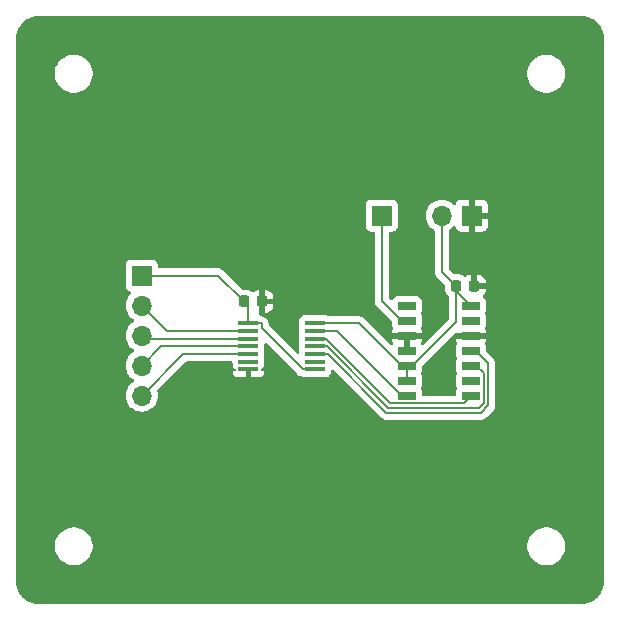
<source format=gbr>
%TF.GenerationSoftware,KiCad,Pcbnew,8.0.6-1.fc41*%
%TF.CreationDate,2024-12-16T12:55:24-05:00*%
%TF.ProjectId,MAX5719_breakout,4d415835-3731-4395-9f62-7265616b6f75,rev?*%
%TF.SameCoordinates,Original*%
%TF.FileFunction,Copper,L1,Top*%
%TF.FilePolarity,Positive*%
%FSLAX46Y46*%
G04 Gerber Fmt 4.6, Leading zero omitted, Abs format (unit mm)*
G04 Created by KiCad (PCBNEW 8.0.6-1.fc41) date 2024-12-16 12:55:24*
%MOMM*%
%LPD*%
G01*
G04 APERTURE LIST*
G04 Aperture macros list*
%AMRoundRect*
0 Rectangle with rounded corners*
0 $1 Rounding radius*
0 $2 $3 $4 $5 $6 $7 $8 $9 X,Y pos of 4 corners*
0 Add a 4 corners polygon primitive as box body*
4,1,4,$2,$3,$4,$5,$6,$7,$8,$9,$2,$3,0*
0 Add four circle primitives for the rounded corners*
1,1,$1+$1,$2,$3*
1,1,$1+$1,$4,$5*
1,1,$1+$1,$6,$7*
1,1,$1+$1,$8,$9*
0 Add four rect primitives between the rounded corners*
20,1,$1+$1,$2,$3,$4,$5,0*
20,1,$1+$1,$4,$5,$6,$7,0*
20,1,$1+$1,$6,$7,$8,$9,0*
20,1,$1+$1,$8,$9,$2,$3,0*%
G04 Aperture macros list end*
%TA.AperFunction,ComponentPad*%
%ADD10R,1.700000X1.700000*%
%TD*%
%TA.AperFunction,ComponentPad*%
%ADD11O,1.700000X1.700000*%
%TD*%
%TA.AperFunction,SMDPad,CuDef*%
%ADD12R,1.676400X0.355600*%
%TD*%
%TA.AperFunction,SMDPad,CuDef*%
%ADD13R,1.525000X0.650000*%
%TD*%
%TA.AperFunction,SMDPad,CuDef*%
%ADD14RoundRect,0.225000X0.225000X0.250000X-0.225000X0.250000X-0.225000X-0.250000X0.225000X-0.250000X0*%
%TD*%
%TA.AperFunction,Conductor*%
%ADD15C,0.200000*%
%TD*%
G04 APERTURE END LIST*
D10*
%TO.P,J2,1,Pin_1*%
%TO.N,GND*%
X172440000Y-103010000D03*
D11*
%TO.P,J2,2,Pin_2*%
%TO.N,5v*%
X169900000Y-103010000D03*
%TD*%
D12*
%TO.P,U1,1,VCCA*%
%TO.N,3v3*%
X153531200Y-112129998D03*
%TO.P,U1,2,A1*%
%TO.N,CS*%
X153531200Y-112779999D03*
%TO.P,U1,3,A2*%
%TO.N,SCLK*%
X153531200Y-113430000D03*
%TO.P,U1,4,A3*%
%TO.N,MOSI*%
X153531200Y-114079999D03*
%TO.P,U1,5,A4*%
%TO.N,LDAC*%
X153531200Y-114729998D03*
%TO.P,U1,6,NC*%
%TO.N,unconnected-(U1-NC-Pad6)*%
X153531200Y-115379999D03*
%TO.P,U1,7,GND*%
%TO.N,GND*%
X153531200Y-116029998D03*
%TO.P,U1,8,OE*%
%TO.N,3v3*%
X159170000Y-116030000D03*
%TO.P,U1,9,NC*%
%TO.N,unconnected-(U1-NC-Pad9)*%
X159170000Y-115379999D03*
%TO.P,U1,10,B4*%
%TO.N,Net-(IC1-~{LDAC})*%
X159170000Y-114730000D03*
%TO.P,U1,11,B3*%
%TO.N,Net-(IC1-DIN)*%
X159170000Y-114079999D03*
%TO.P,U1,12,B2*%
%TO.N,Net-(IC1-SCLK)*%
X159170000Y-113430000D03*
%TO.P,U1,13,B1*%
%TO.N,Net-(IC1-~{CS})*%
X159170000Y-112779999D03*
%TO.P,U1,14,VCCB*%
%TO.N,5v*%
X159170000Y-112130000D03*
%TD*%
D13*
%TO.P,IC1,1,RFB*%
%TO.N,unconnected-(IC1-RFB-Pad1)*%
X166958000Y-110660000D03*
%TO.P,IC1,2,OUT*%
%TO.N,AOUT*%
X166958000Y-111930000D03*
%TO.P,IC1,3,AGNDF*%
%TO.N,GND*%
X166958000Y-113200000D03*
%TO.P,IC1,4,AGNDS*%
X166958000Y-114470000D03*
%TO.P,IC1,5,REFS*%
%TO.N,5v*%
X166958000Y-115740000D03*
%TO.P,IC1,6,REFF*%
X166958000Y-117010000D03*
%TO.P,IC1,7,~{CS}*%
%TO.N,Net-(IC1-~{CS})*%
X166958000Y-118280000D03*
%TO.P,IC1,8,SCLK*%
%TO.N,Net-(IC1-SCLK)*%
X172382000Y-118280000D03*
%TO.P,IC1,9,NC*%
%TO.N,unconnected-(IC1-NC-Pad9)*%
X172382000Y-117010000D03*
%TO.P,IC1,10,DIN*%
%TO.N,Net-(IC1-DIN)*%
X172382000Y-115740000D03*
%TO.P,IC1,11,~{LDAC}*%
%TO.N,Net-(IC1-~{LDAC})*%
X172382000Y-114470000D03*
%TO.P,IC1,12,DGND*%
%TO.N,GND*%
X172382000Y-113200000D03*
%TO.P,IC1,13,INV*%
%TO.N,unconnected-(IC1-INV-Pad13)*%
X172382000Y-111930000D03*
%TO.P,IC1,14,VDD*%
%TO.N,5v*%
X172382000Y-110660000D03*
%TD*%
D10*
%TO.P,J1,1,Pin_1*%
%TO.N,AOUT*%
X164820000Y-103010000D03*
%TD*%
%TO.P,J3,1,Pin_1*%
%TO.N,3v3*%
X144500000Y-108090000D03*
D11*
%TO.P,J3,2,Pin_2*%
%TO.N,CS*%
X144500000Y-110630000D03*
%TO.P,J3,3,Pin_3*%
%TO.N,SCLK*%
X144500000Y-113170000D03*
%TO.P,J3,4,Pin_4*%
%TO.N,MOSI*%
X144500000Y-115710000D03*
%TO.P,J3,5,Pin_5*%
%TO.N,LDAC*%
X144500000Y-118250000D03*
%TD*%
D14*
%TO.P,C2,1*%
%TO.N,GND*%
X154695000Y-110280000D03*
%TO.P,C2,2*%
%TO.N,3v3*%
X153145000Y-110280000D03*
%TD*%
%TO.P,C1,1*%
%TO.N,GND*%
X172670000Y-108970000D03*
%TO.P,C1,2*%
%TO.N,5v*%
X171120000Y-108970000D03*
%TD*%
D15*
%TO.N,AOUT*%
X166958000Y-111930000D02*
X166520500Y-111930000D01*
X166520500Y-111930000D02*
X164820000Y-110229500D01*
X164820000Y-110229500D02*
X164820000Y-103010000D01*
%TO.N,5v*%
X171120000Y-108970000D02*
X169900000Y-107750000D01*
X169900000Y-107750000D02*
X169900000Y-103010000D01*
X162910500Y-112130000D02*
X159170000Y-112130000D01*
X167395500Y-115740000D02*
X171120000Y-112015500D01*
X172382000Y-110660000D02*
X171120000Y-109398000D01*
X171120000Y-109398000D02*
X171120000Y-108970000D01*
X166958000Y-115740000D02*
X167395500Y-115740000D01*
X166958000Y-115740000D02*
X166958000Y-117010000D01*
X166520500Y-115740000D02*
X162910500Y-112130000D01*
X166958000Y-115740000D02*
X166520500Y-115740000D01*
X171120000Y-112015500D02*
X171120000Y-108970000D01*
%TO.N,3v3*%
X144500000Y-108090000D02*
X150955000Y-108090000D01*
X154569400Y-112129998D02*
X153531200Y-112129998D01*
X158131800Y-116030000D02*
X154669400Y-112567600D01*
X159170000Y-116030000D02*
X158131800Y-116030000D01*
X153145000Y-110305000D02*
X153531200Y-110691200D01*
X153531200Y-110691200D02*
X153531200Y-112129998D01*
X153145000Y-110280000D02*
X153145000Y-110305000D01*
X154669400Y-112229998D02*
X154569400Y-112129998D01*
X154669400Y-112567600D02*
X154669400Y-112229998D01*
X150955000Y-108090000D02*
X153145000Y-110280000D01*
%TO.N,Net-(IC1-DIN)*%
X160154313Y-114079999D02*
X159170000Y-114079999D01*
X165379314Y-119305000D02*
X160154313Y-114079999D01*
X173044500Y-119305000D02*
X165379314Y-119305000D01*
X173444500Y-118905000D02*
X173044500Y-119305000D01*
X173444500Y-116365000D02*
X173444500Y-118905000D01*
X172819500Y-115740000D02*
X173444500Y-116365000D01*
X172382000Y-115740000D02*
X172819500Y-115740000D01*
%TO.N,Net-(IC1-SCLK)*%
X160070000Y-113430000D02*
X159170000Y-113430000D01*
X171757000Y-118905000D02*
X165545000Y-118905000D01*
X165545000Y-118905000D02*
X160070000Y-113430000D01*
X172382000Y-118280000D02*
X171757000Y-118905000D01*
%TO.N,Net-(IC1-~{CS})*%
X166958000Y-118280000D02*
X166520500Y-118280000D01*
X166520500Y-118280000D02*
X161020499Y-112779999D01*
X161020499Y-112779999D02*
X159170000Y-112779999D01*
%TO.N,Net-(IC1-~{LDAC})*%
X165213628Y-119705000D02*
X160238628Y-114730000D01*
X172799500Y-114470000D02*
X173844500Y-115515000D01*
X173844500Y-119070686D02*
X173210186Y-119705000D01*
X173844500Y-115515000D02*
X173844500Y-119070686D01*
X173210186Y-119705000D02*
X165213628Y-119705000D01*
X160238628Y-114730000D02*
X159170000Y-114730000D01*
X172382000Y-114470000D02*
X172799500Y-114470000D01*
%TO.N,LDAC*%
X148020002Y-114729998D02*
X144500000Y-118250000D01*
X153531200Y-114729998D02*
X148020002Y-114729998D01*
%TO.N,SCLK*%
X144760000Y-113430000D02*
X144500000Y-113170000D01*
X153531200Y-113430000D02*
X144760000Y-113430000D01*
%TO.N,MOSI*%
X153531200Y-114079999D02*
X146130001Y-114079999D01*
X146130001Y-114079999D02*
X144500000Y-115710000D01*
%TO.N,CS*%
X146649999Y-112779999D02*
X144500000Y-110630000D01*
X153531200Y-112779999D02*
X146649999Y-112779999D01*
%TD*%
%TA.AperFunction,Conductor*%
%TO.N,GND*%
G36*
X181754042Y-86100765D02*
G01*
X181778041Y-86102337D01*
X181989839Y-86116219D01*
X182005900Y-86118334D01*
X182233662Y-86163639D01*
X182249316Y-86167834D01*
X182469218Y-86242481D01*
X182484189Y-86248682D01*
X182681453Y-86345961D01*
X182692460Y-86351390D01*
X182706506Y-86359500D01*
X182899583Y-86488509D01*
X182912452Y-86498383D01*
X183087038Y-86651492D01*
X183098507Y-86662961D01*
X183251616Y-86837547D01*
X183261490Y-86850416D01*
X183390499Y-87043493D01*
X183398609Y-87057539D01*
X183501314Y-87265803D01*
X183507521Y-87280788D01*
X183582163Y-87500676D01*
X183586361Y-87516343D01*
X183631663Y-87744087D01*
X183633781Y-87760169D01*
X183649235Y-87995956D01*
X183649500Y-88004066D01*
X183649500Y-133995933D01*
X183649235Y-134004043D01*
X183633781Y-134239830D01*
X183631663Y-134255912D01*
X183586361Y-134483656D01*
X183582163Y-134499323D01*
X183507521Y-134719211D01*
X183501314Y-134734196D01*
X183398609Y-134942460D01*
X183390499Y-134956506D01*
X183261490Y-135149583D01*
X183251616Y-135162452D01*
X183098507Y-135337038D01*
X183087038Y-135348507D01*
X182912452Y-135501616D01*
X182899583Y-135511490D01*
X182706506Y-135640499D01*
X182692460Y-135648609D01*
X182484196Y-135751314D01*
X182469211Y-135757521D01*
X182249323Y-135832163D01*
X182233656Y-135836361D01*
X182005912Y-135881663D01*
X181989830Y-135883781D01*
X181754043Y-135899235D01*
X181745933Y-135899500D01*
X135754067Y-135899500D01*
X135745957Y-135899235D01*
X135510169Y-135883781D01*
X135494087Y-135881663D01*
X135266343Y-135836361D01*
X135250676Y-135832163D01*
X135030788Y-135757521D01*
X135015803Y-135751314D01*
X134807539Y-135648609D01*
X134793493Y-135640499D01*
X134600416Y-135511490D01*
X134587547Y-135501616D01*
X134412961Y-135348507D01*
X134401492Y-135337038D01*
X134248383Y-135162452D01*
X134238509Y-135149583D01*
X134109500Y-134956506D01*
X134101390Y-134942460D01*
X134095749Y-134931021D01*
X133998682Y-134734189D01*
X133992481Y-134719218D01*
X133917834Y-134499316D01*
X133913638Y-134483656D01*
X133868334Y-134255900D01*
X133866219Y-134239839D01*
X133850765Y-134004042D01*
X133850500Y-133995933D01*
X133850500Y-130874038D01*
X137149500Y-130874038D01*
X137149500Y-131125961D01*
X137188910Y-131374785D01*
X137266760Y-131614383D01*
X137381132Y-131838848D01*
X137529201Y-132042649D01*
X137529205Y-132042654D01*
X137707345Y-132220794D01*
X137707350Y-132220798D01*
X137885117Y-132349952D01*
X137911155Y-132368870D01*
X138054184Y-132441747D01*
X138135616Y-132483239D01*
X138135618Y-132483239D01*
X138135621Y-132483241D01*
X138375215Y-132561090D01*
X138624038Y-132600500D01*
X138624039Y-132600500D01*
X138875961Y-132600500D01*
X138875962Y-132600500D01*
X139124785Y-132561090D01*
X139364379Y-132483241D01*
X139588845Y-132368870D01*
X139792656Y-132220793D01*
X139970793Y-132042656D01*
X140118870Y-131838845D01*
X140233241Y-131614379D01*
X140311090Y-131374785D01*
X140350500Y-131125962D01*
X140350500Y-130874038D01*
X177149500Y-130874038D01*
X177149500Y-131125961D01*
X177188910Y-131374785D01*
X177266760Y-131614383D01*
X177381132Y-131838848D01*
X177529201Y-132042649D01*
X177529205Y-132042654D01*
X177707345Y-132220794D01*
X177707350Y-132220798D01*
X177885117Y-132349952D01*
X177911155Y-132368870D01*
X178054184Y-132441747D01*
X178135616Y-132483239D01*
X178135618Y-132483239D01*
X178135621Y-132483241D01*
X178375215Y-132561090D01*
X178624038Y-132600500D01*
X178624039Y-132600500D01*
X178875961Y-132600500D01*
X178875962Y-132600500D01*
X179124785Y-132561090D01*
X179364379Y-132483241D01*
X179588845Y-132368870D01*
X179792656Y-132220793D01*
X179970793Y-132042656D01*
X180118870Y-131838845D01*
X180233241Y-131614379D01*
X180311090Y-131374785D01*
X180350500Y-131125962D01*
X180350500Y-130874038D01*
X180311090Y-130625215D01*
X180233241Y-130385621D01*
X180233239Y-130385618D01*
X180233239Y-130385616D01*
X180191747Y-130304184D01*
X180118870Y-130161155D01*
X180099952Y-130135117D01*
X179970798Y-129957350D01*
X179970794Y-129957345D01*
X179792654Y-129779205D01*
X179792649Y-129779201D01*
X179588848Y-129631132D01*
X179588847Y-129631131D01*
X179588845Y-129631130D01*
X179518747Y-129595413D01*
X179364383Y-129516760D01*
X179124785Y-129438910D01*
X178875962Y-129399500D01*
X178624038Y-129399500D01*
X178499626Y-129419205D01*
X178375214Y-129438910D01*
X178135616Y-129516760D01*
X177911151Y-129631132D01*
X177707350Y-129779201D01*
X177707345Y-129779205D01*
X177529205Y-129957345D01*
X177529201Y-129957350D01*
X177381132Y-130161151D01*
X177266760Y-130385616D01*
X177188910Y-130625214D01*
X177149500Y-130874038D01*
X140350500Y-130874038D01*
X140311090Y-130625215D01*
X140233241Y-130385621D01*
X140233239Y-130385618D01*
X140233239Y-130385616D01*
X140191747Y-130304184D01*
X140118870Y-130161155D01*
X140099952Y-130135117D01*
X139970798Y-129957350D01*
X139970794Y-129957345D01*
X139792654Y-129779205D01*
X139792649Y-129779201D01*
X139588848Y-129631132D01*
X139588847Y-129631131D01*
X139588845Y-129631130D01*
X139518747Y-129595413D01*
X139364383Y-129516760D01*
X139124785Y-129438910D01*
X138875962Y-129399500D01*
X138624038Y-129399500D01*
X138499626Y-129419205D01*
X138375214Y-129438910D01*
X138135616Y-129516760D01*
X137911151Y-129631132D01*
X137707350Y-129779201D01*
X137707345Y-129779205D01*
X137529205Y-129957345D01*
X137529201Y-129957350D01*
X137381132Y-130161151D01*
X137266760Y-130385616D01*
X137188910Y-130625214D01*
X137149500Y-130874038D01*
X133850500Y-130874038D01*
X133850500Y-110629999D01*
X143144341Y-110629999D01*
X143144341Y-110630000D01*
X143164936Y-110865403D01*
X143164938Y-110865413D01*
X143226094Y-111093655D01*
X143226096Y-111093659D01*
X143226097Y-111093663D01*
X143301563Y-111255499D01*
X143325965Y-111307830D01*
X143325967Y-111307834D01*
X143426703Y-111451699D01*
X143458785Y-111497517D01*
X143461501Y-111501395D01*
X143461506Y-111501402D01*
X143628597Y-111668493D01*
X143628603Y-111668498D01*
X143814158Y-111798425D01*
X143857783Y-111853002D01*
X143864977Y-111922500D01*
X143833454Y-111984855D01*
X143814158Y-112001575D01*
X143628597Y-112131505D01*
X143461505Y-112298597D01*
X143325965Y-112492169D01*
X143325964Y-112492171D01*
X143226098Y-112706335D01*
X143226094Y-112706344D01*
X143164938Y-112934586D01*
X143164936Y-112934596D01*
X143144341Y-113169999D01*
X143144341Y-113170000D01*
X143164936Y-113405403D01*
X143164938Y-113405413D01*
X143226094Y-113633655D01*
X143226096Y-113633659D01*
X143226097Y-113633663D01*
X143305481Y-113803902D01*
X143325965Y-113847830D01*
X143325967Y-113847834D01*
X143407140Y-113963760D01*
X143458785Y-114037517D01*
X143461501Y-114041395D01*
X143461506Y-114041402D01*
X143628597Y-114208493D01*
X143628603Y-114208498D01*
X143814158Y-114338425D01*
X143857783Y-114393002D01*
X143864977Y-114462500D01*
X143833454Y-114524855D01*
X143814158Y-114541575D01*
X143628597Y-114671505D01*
X143461505Y-114838597D01*
X143325965Y-115032169D01*
X143325964Y-115032171D01*
X143226098Y-115246335D01*
X143226094Y-115246344D01*
X143164938Y-115474586D01*
X143164936Y-115474596D01*
X143144341Y-115709999D01*
X143144341Y-115710000D01*
X143164936Y-115945403D01*
X143164938Y-115945413D01*
X143226094Y-116173655D01*
X143226096Y-116173659D01*
X143226097Y-116173663D01*
X143292865Y-116316846D01*
X143325965Y-116387830D01*
X143325967Y-116387834D01*
X143411874Y-116510521D01*
X143458785Y-116577517D01*
X143461501Y-116581395D01*
X143461506Y-116581402D01*
X143628597Y-116748493D01*
X143628603Y-116748498D01*
X143814158Y-116878425D01*
X143857783Y-116933002D01*
X143864977Y-117002500D01*
X143833454Y-117064855D01*
X143814158Y-117081575D01*
X143628597Y-117211505D01*
X143461505Y-117378597D01*
X143325965Y-117572169D01*
X143325964Y-117572171D01*
X143226098Y-117786335D01*
X143226094Y-117786344D01*
X143164938Y-118014586D01*
X143164936Y-118014596D01*
X143144341Y-118249999D01*
X143144341Y-118250000D01*
X143164936Y-118485403D01*
X143164938Y-118485413D01*
X143226094Y-118713655D01*
X143226096Y-118713659D01*
X143226097Y-118713663D01*
X143325965Y-118927830D01*
X143325967Y-118927834D01*
X143434281Y-119082521D01*
X143461505Y-119121401D01*
X143628599Y-119288495D01*
X143648566Y-119302476D01*
X143822165Y-119424032D01*
X143822167Y-119424033D01*
X143822170Y-119424035D01*
X144036337Y-119523903D01*
X144264592Y-119585063D01*
X144452918Y-119601539D01*
X144499999Y-119605659D01*
X144500000Y-119605659D01*
X144500001Y-119605659D01*
X144539234Y-119602226D01*
X144735408Y-119585063D01*
X144963663Y-119523903D01*
X145177830Y-119424035D01*
X145371401Y-119288495D01*
X145538495Y-119121401D01*
X145674035Y-118927830D01*
X145773903Y-118713663D01*
X145835063Y-118485408D01*
X145855659Y-118250000D01*
X145835063Y-118014592D01*
X145800671Y-117886239D01*
X145802334Y-117816393D01*
X145832763Y-117766470D01*
X148232419Y-115366817D01*
X148293742Y-115333332D01*
X148320100Y-115330498D01*
X152068500Y-115330498D01*
X152135539Y-115350183D01*
X152181294Y-115402987D01*
X152192500Y-115454497D01*
X152192500Y-115605668D01*
X152192501Y-115605675D01*
X152198908Y-115665278D01*
X152200692Y-115672825D01*
X152198612Y-115673316D01*
X152202806Y-115732090D01*
X152200777Y-115738998D01*
X152199401Y-115744822D01*
X152193000Y-115804353D01*
X152193000Y-115852198D01*
X152226112Y-115852198D01*
X152293151Y-115871883D01*
X152325378Y-115901886D01*
X152335450Y-115915341D01*
X152335452Y-115915342D01*
X152335454Y-115915345D01*
X152427875Y-115984531D01*
X152469746Y-116040465D01*
X152474730Y-116110157D01*
X152441245Y-116171480D01*
X152379921Y-116204964D01*
X152353564Y-116207798D01*
X152193000Y-116207798D01*
X152193000Y-116255642D01*
X152199401Y-116315170D01*
X152199403Y-116315177D01*
X152249645Y-116449884D01*
X152249649Y-116449891D01*
X152335809Y-116564985D01*
X152335812Y-116564988D01*
X152450906Y-116651148D01*
X152450913Y-116651152D01*
X152585620Y-116701394D01*
X152585627Y-116701396D01*
X152645155Y-116707797D01*
X152645172Y-116707798D01*
X153353400Y-116707798D01*
X153353400Y-116182298D01*
X153373085Y-116115259D01*
X153425889Y-116069504D01*
X153477397Y-116058298D01*
X153585001Y-116058298D01*
X153652039Y-116077983D01*
X153697794Y-116130787D01*
X153709000Y-116182298D01*
X153709000Y-116707798D01*
X154417228Y-116707798D01*
X154417244Y-116707797D01*
X154476772Y-116701396D01*
X154476779Y-116701394D01*
X154611486Y-116651152D01*
X154611493Y-116651148D01*
X154726587Y-116564988D01*
X154726590Y-116564985D01*
X154812750Y-116449891D01*
X154812754Y-116449884D01*
X154862996Y-116315177D01*
X154862998Y-116315170D01*
X154869399Y-116255642D01*
X154869400Y-116255625D01*
X154869400Y-116207798D01*
X154708836Y-116207798D01*
X154641797Y-116188113D01*
X154596042Y-116135309D01*
X154586098Y-116066151D01*
X154615123Y-116002595D01*
X154634522Y-115984533D01*
X154726946Y-115915345D01*
X154726949Y-115915341D01*
X154737022Y-115901886D01*
X154792956Y-115860016D01*
X154836288Y-115852198D01*
X154869400Y-115852198D01*
X154869400Y-115804370D01*
X154869399Y-115804353D01*
X154862997Y-115744820D01*
X154861213Y-115737265D01*
X154863690Y-115736679D01*
X154859587Y-115679362D01*
X154862540Y-115669304D01*
X154863488Y-115665289D01*
X154863491Y-115665282D01*
X154869900Y-115605672D01*
X154869899Y-115154327D01*
X154863491Y-115094716D01*
X154863490Y-115094714D01*
X154863490Y-115094711D01*
X154861708Y-115087168D01*
X154864003Y-115086625D01*
X154859854Y-115028643D01*
X154862306Y-115020294D01*
X154863488Y-115015288D01*
X154863491Y-115015281D01*
X154869900Y-114955671D01*
X154869899Y-114504326D01*
X154863491Y-114444715D01*
X154863491Y-114444714D01*
X154861707Y-114437164D01*
X154864002Y-114436621D01*
X154859857Y-114378635D01*
X154862307Y-114370288D01*
X154863489Y-114365288D01*
X154863489Y-114365287D01*
X154863491Y-114365282D01*
X154869900Y-114305672D01*
X154869899Y-113916695D01*
X154889583Y-113849657D01*
X154942387Y-113803902D01*
X155011546Y-113793958D01*
X155075101Y-113822983D01*
X155081580Y-113829015D01*
X157646939Y-116394374D01*
X157646949Y-116394385D01*
X157651279Y-116398715D01*
X157651280Y-116398716D01*
X157763084Y-116510520D01*
X157847212Y-116559091D01*
X157900015Y-116589577D01*
X158042975Y-116627883D01*
X158085185Y-116648389D01*
X158089469Y-116651596D01*
X158089472Y-116651597D01*
X158224317Y-116701891D01*
X158224316Y-116701891D01*
X158231244Y-116702635D01*
X158283927Y-116708300D01*
X160056072Y-116708299D01*
X160115683Y-116701891D01*
X160250531Y-116651596D01*
X160365746Y-116565346D01*
X160451996Y-116450131D01*
X160502291Y-116315283D01*
X160508700Y-116255673D01*
X160508699Y-116148666D01*
X160528383Y-116081629D01*
X160581187Y-116035874D01*
X160650345Y-116025930D01*
X160713901Y-116054954D01*
X160720380Y-116060987D01*
X164728767Y-120069374D01*
X164728777Y-120069385D01*
X164733107Y-120073715D01*
X164733108Y-120073716D01*
X164844912Y-120185520D01*
X164844914Y-120185521D01*
X164844918Y-120185524D01*
X164981837Y-120264573D01*
X164981844Y-120264577D01*
X165093647Y-120294534D01*
X165134570Y-120305500D01*
X165134571Y-120305500D01*
X173123517Y-120305500D01*
X173123533Y-120305501D01*
X173131129Y-120305501D01*
X173289240Y-120305501D01*
X173289243Y-120305501D01*
X173441971Y-120264577D01*
X173492090Y-120235639D01*
X173578902Y-120185520D01*
X173690706Y-120073716D01*
X173690706Y-120073714D01*
X173700914Y-120063507D01*
X173700916Y-120063504D01*
X174203006Y-119561414D01*
X174203011Y-119561410D01*
X174213214Y-119551206D01*
X174213216Y-119551206D01*
X174325020Y-119439402D01*
X174404077Y-119302470D01*
X174445000Y-119149743D01*
X174445000Y-115435943D01*
X174426561Y-115367127D01*
X174404077Y-115283215D01*
X174362105Y-115210518D01*
X174340253Y-115172669D01*
X174325021Y-115146285D01*
X174208885Y-115030149D01*
X174208874Y-115030139D01*
X173681318Y-114502583D01*
X173647833Y-114441260D01*
X173644999Y-114414902D01*
X173644999Y-114097129D01*
X173644998Y-114097123D01*
X173638591Y-114037516D01*
X173588297Y-113902670D01*
X173584047Y-113894888D01*
X173587116Y-113893211D01*
X173568543Y-113843495D01*
X173583358Y-113775215D01*
X173583739Y-113774622D01*
X173587850Y-113767093D01*
X173638097Y-113632376D01*
X173638098Y-113632372D01*
X173644499Y-113572844D01*
X173644500Y-113572827D01*
X173644500Y-113450000D01*
X171119500Y-113450000D01*
X171119500Y-113572844D01*
X171125901Y-113632372D01*
X171125903Y-113632379D01*
X171176145Y-113767086D01*
X171180397Y-113774872D01*
X171177179Y-113776628D01*
X171195477Y-113825976D01*
X171180493Y-113894220D01*
X171179335Y-113896018D01*
X171175702Y-113902671D01*
X171125410Y-114037513D01*
X171125409Y-114037517D01*
X171119000Y-114097127D01*
X171119000Y-114097134D01*
X171119000Y-114097135D01*
X171119000Y-114842870D01*
X171119001Y-114842876D01*
X171125408Y-114902483D01*
X171175702Y-115037328D01*
X171179954Y-115045114D01*
X171176780Y-115046846D01*
X171195159Y-115096302D01*
X171180225Y-115164557D01*
X171179617Y-115165502D01*
X171175702Y-115172671D01*
X171125410Y-115307513D01*
X171125409Y-115307517D01*
X171119000Y-115367127D01*
X171119000Y-115367135D01*
X171119000Y-115367136D01*
X171119000Y-116112870D01*
X171119001Y-116112876D01*
X171125408Y-116172483D01*
X171175702Y-116307328D01*
X171179954Y-116315114D01*
X171176780Y-116316846D01*
X171195159Y-116366302D01*
X171180225Y-116434557D01*
X171179617Y-116435502D01*
X171175702Y-116442671D01*
X171129949Y-116565344D01*
X171125409Y-116577517D01*
X171119000Y-116637127D01*
X171119000Y-116637134D01*
X171119000Y-116637135D01*
X171119000Y-117382870D01*
X171119001Y-117382876D01*
X171125408Y-117442483D01*
X171175702Y-117577328D01*
X171179954Y-117585114D01*
X171176780Y-117586846D01*
X171195159Y-117636302D01*
X171180225Y-117704557D01*
X171179617Y-117705502D01*
X171175702Y-117712671D01*
X171125410Y-117847513D01*
X171125409Y-117847517D01*
X171119000Y-117907127D01*
X171119000Y-117907134D01*
X171119000Y-117907135D01*
X171119000Y-117907136D01*
X171119001Y-118180500D01*
X171099317Y-118247539D01*
X171046513Y-118293294D01*
X170995001Y-118304500D01*
X168345000Y-118304500D01*
X168277961Y-118284815D01*
X168232206Y-118232011D01*
X168221000Y-118180500D01*
X168220999Y-117907130D01*
X168220998Y-117907123D01*
X168214591Y-117847516D01*
X168164297Y-117712670D01*
X168160047Y-117704888D01*
X168163257Y-117703134D01*
X168144861Y-117654001D01*
X168159627Y-117585709D01*
X168160252Y-117584736D01*
X168164297Y-117577329D01*
X168175552Y-117547150D01*
X168214591Y-117442483D01*
X168221000Y-117382873D01*
X168220999Y-116637128D01*
X168214591Y-116577517D01*
X168207719Y-116559091D01*
X168164297Y-116442670D01*
X168160047Y-116434888D01*
X168163257Y-116433134D01*
X168144861Y-116384001D01*
X168159627Y-116315709D01*
X168160252Y-116314736D01*
X168164297Y-116307329D01*
X168183563Y-116255673D01*
X168214591Y-116172483D01*
X168221000Y-116112873D01*
X168220999Y-115815095D01*
X168240683Y-115748057D01*
X168257313Y-115727420D01*
X170998415Y-112986319D01*
X171059738Y-112952834D01*
X171086096Y-112950000D01*
X173644500Y-112950000D01*
X173644500Y-112827172D01*
X173644499Y-112827155D01*
X173638098Y-112767627D01*
X173638097Y-112767623D01*
X173587849Y-112632904D01*
X173583601Y-112625123D01*
X173586860Y-112623343D01*
X173568546Y-112574374D01*
X173583336Y-112506087D01*
X173584523Y-112504239D01*
X173588293Y-112497335D01*
X173588292Y-112497335D01*
X173588296Y-112497331D01*
X173638591Y-112362483D01*
X173645000Y-112302873D01*
X173644999Y-111557128D01*
X173638591Y-111497517D01*
X173638591Y-111497516D01*
X173588297Y-111362670D01*
X173584047Y-111354888D01*
X173587257Y-111353134D01*
X173568861Y-111304001D01*
X173583627Y-111235709D01*
X173584252Y-111234736D01*
X173588297Y-111227329D01*
X173601644Y-111191542D01*
X173638591Y-111092483D01*
X173645000Y-111032873D01*
X173644999Y-110287128D01*
X173639799Y-110238757D01*
X173638591Y-110227516D01*
X173588297Y-110092671D01*
X173588293Y-110092664D01*
X173502047Y-109977455D01*
X173422623Y-109917997D01*
X173380753Y-109862063D01*
X173375769Y-109792371D01*
X173409254Y-109731049D01*
X173467576Y-109672727D01*
X173556542Y-109528492D01*
X173556547Y-109528481D01*
X173609855Y-109367606D01*
X173619999Y-109268322D01*
X173620000Y-109268309D01*
X173620000Y-109220000D01*
X172544000Y-109220000D01*
X172476961Y-109200315D01*
X172431206Y-109147511D01*
X172420000Y-109096000D01*
X172420000Y-108720000D01*
X172920000Y-108720000D01*
X173619999Y-108720000D01*
X173619999Y-108671692D01*
X173619998Y-108671677D01*
X173609855Y-108572392D01*
X173556547Y-108411518D01*
X173556542Y-108411507D01*
X173467575Y-108267271D01*
X173467572Y-108267267D01*
X173347732Y-108147427D01*
X173347728Y-108147424D01*
X173203492Y-108058457D01*
X173203481Y-108058452D01*
X173042606Y-108005144D01*
X172943322Y-107995000D01*
X172920000Y-107995000D01*
X172920000Y-108720000D01*
X172420000Y-108720000D01*
X172420000Y-107994999D01*
X172396693Y-107995000D01*
X172396674Y-107995001D01*
X172297392Y-108005144D01*
X172136518Y-108058452D01*
X172136507Y-108058457D01*
X171992271Y-108147424D01*
X171992265Y-108147428D01*
X171983031Y-108156663D01*
X171921707Y-108190146D01*
X171852015Y-108185159D01*
X171807672Y-108156660D01*
X171798044Y-108147032D01*
X171798040Y-108147029D01*
X171653705Y-108058001D01*
X171653699Y-108057998D01*
X171653697Y-108057997D01*
X171653694Y-108057996D01*
X171492709Y-108004651D01*
X171393352Y-107994500D01*
X171393345Y-107994500D01*
X171045098Y-107994500D01*
X170978059Y-107974815D01*
X170957417Y-107958181D01*
X170536819Y-107537583D01*
X170503334Y-107476260D01*
X170500500Y-107449902D01*
X170500500Y-104299090D01*
X170520185Y-104232051D01*
X170572101Y-104186706D01*
X170577830Y-104184035D01*
X170771401Y-104048495D01*
X170893717Y-103926178D01*
X170955036Y-103892696D01*
X171024728Y-103897680D01*
X171080662Y-103939551D01*
X171097577Y-103970528D01*
X171146646Y-104102088D01*
X171146649Y-104102093D01*
X171232809Y-104217187D01*
X171232812Y-104217190D01*
X171347906Y-104303350D01*
X171347913Y-104303354D01*
X171482620Y-104353596D01*
X171482627Y-104353598D01*
X171542155Y-104359999D01*
X171542172Y-104360000D01*
X172190000Y-104360000D01*
X172190000Y-103443012D01*
X172247007Y-103475925D01*
X172374174Y-103510000D01*
X172505826Y-103510000D01*
X172632993Y-103475925D01*
X172690000Y-103443012D01*
X172690000Y-104360000D01*
X173337828Y-104360000D01*
X173337844Y-104359999D01*
X173397372Y-104353598D01*
X173397379Y-104353596D01*
X173532086Y-104303354D01*
X173532093Y-104303350D01*
X173647187Y-104217190D01*
X173647190Y-104217187D01*
X173733350Y-104102093D01*
X173733354Y-104102086D01*
X173783596Y-103967379D01*
X173783598Y-103967372D01*
X173789999Y-103907844D01*
X173790000Y-103907827D01*
X173790000Y-103260000D01*
X172873012Y-103260000D01*
X172905925Y-103202993D01*
X172940000Y-103075826D01*
X172940000Y-102944174D01*
X172905925Y-102817007D01*
X172873012Y-102760000D01*
X173790000Y-102760000D01*
X173790000Y-102112172D01*
X173789999Y-102112155D01*
X173783598Y-102052627D01*
X173783596Y-102052620D01*
X173733354Y-101917913D01*
X173733350Y-101917906D01*
X173647190Y-101802812D01*
X173647187Y-101802809D01*
X173532093Y-101716649D01*
X173532086Y-101716645D01*
X173397379Y-101666403D01*
X173397372Y-101666401D01*
X173337844Y-101660000D01*
X172690000Y-101660000D01*
X172690000Y-102576988D01*
X172632993Y-102544075D01*
X172505826Y-102510000D01*
X172374174Y-102510000D01*
X172247007Y-102544075D01*
X172190000Y-102576988D01*
X172190000Y-101660000D01*
X171542155Y-101660000D01*
X171482627Y-101666401D01*
X171482620Y-101666403D01*
X171347913Y-101716645D01*
X171347906Y-101716649D01*
X171232812Y-101802809D01*
X171232809Y-101802812D01*
X171146649Y-101917906D01*
X171146645Y-101917913D01*
X171097578Y-102049470D01*
X171055707Y-102105404D01*
X170990242Y-102129821D01*
X170921969Y-102114969D01*
X170893715Y-102093819D01*
X170849366Y-102049470D01*
X170771401Y-101971505D01*
X170771397Y-101971502D01*
X170771396Y-101971501D01*
X170577834Y-101835967D01*
X170577830Y-101835965D01*
X170506727Y-101802809D01*
X170363663Y-101736097D01*
X170363659Y-101736096D01*
X170363655Y-101736094D01*
X170135413Y-101674938D01*
X170135403Y-101674936D01*
X169900001Y-101654341D01*
X169899999Y-101654341D01*
X169664596Y-101674936D01*
X169664586Y-101674938D01*
X169436344Y-101736094D01*
X169436335Y-101736098D01*
X169222171Y-101835964D01*
X169222169Y-101835965D01*
X169028597Y-101971505D01*
X168861505Y-102138597D01*
X168725965Y-102332169D01*
X168725964Y-102332171D01*
X168626098Y-102546335D01*
X168626094Y-102546344D01*
X168564938Y-102774586D01*
X168564936Y-102774596D01*
X168544341Y-103009999D01*
X168544341Y-103010000D01*
X168564936Y-103245403D01*
X168564938Y-103245413D01*
X168626094Y-103473655D01*
X168626096Y-103473659D01*
X168626097Y-103473663D01*
X168725965Y-103687830D01*
X168725967Y-103687834D01*
X168834281Y-103842521D01*
X168861505Y-103881401D01*
X169028599Y-104048495D01*
X169125384Y-104116265D01*
X169222165Y-104184032D01*
X169222167Y-104184033D01*
X169222170Y-104184035D01*
X169227898Y-104186706D01*
X169280339Y-104232872D01*
X169299500Y-104299090D01*
X169299500Y-107663330D01*
X169299499Y-107663348D01*
X169299499Y-107829054D01*
X169299498Y-107829054D01*
X169340423Y-107981787D01*
X169347764Y-107994500D01*
X169347766Y-107994503D01*
X169419477Y-108118712D01*
X169419481Y-108118717D01*
X169538349Y-108237585D01*
X169538355Y-108237590D01*
X170133181Y-108832416D01*
X170166666Y-108893739D01*
X170169500Y-108920097D01*
X170169500Y-109268337D01*
X170169501Y-109268355D01*
X170179650Y-109367707D01*
X170179651Y-109367710D01*
X170232996Y-109528694D01*
X170233001Y-109528705D01*
X170322029Y-109673040D01*
X170322032Y-109673044D01*
X170441956Y-109792968D01*
X170460596Y-109804465D01*
X170507321Y-109856412D01*
X170519500Y-109910004D01*
X170519500Y-111715402D01*
X170499815Y-111782441D01*
X170483181Y-111803083D01*
X168358505Y-113927758D01*
X168297182Y-113961243D01*
X168227490Y-113956259D01*
X168171557Y-113914387D01*
X168161986Y-113899493D01*
X168159596Y-113895115D01*
X168162724Y-113893407D01*
X168144232Y-113843929D01*
X168159038Y-113775646D01*
X168159985Y-113774171D01*
X168163850Y-113767093D01*
X168214097Y-113632376D01*
X168214098Y-113632372D01*
X168220499Y-113572844D01*
X168220500Y-113572827D01*
X168220500Y-113450000D01*
X167208000Y-113450000D01*
X167208000Y-114596000D01*
X167188315Y-114663039D01*
X167135511Y-114708794D01*
X167084000Y-114720000D01*
X166832000Y-114720000D01*
X166764961Y-114700315D01*
X166719206Y-114647511D01*
X166708000Y-114596000D01*
X166708000Y-113450000D01*
X165695500Y-113450000D01*
X165695500Y-113572844D01*
X165701901Y-113632372D01*
X165701903Y-113632379D01*
X165752145Y-113767086D01*
X165756397Y-113774872D01*
X165753280Y-113776573D01*
X165771773Y-113826155D01*
X165756920Y-113894428D01*
X165755981Y-113895888D01*
X165753996Y-113899523D01*
X165753016Y-113900501D01*
X165747357Y-113909309D01*
X165746833Y-113910009D01*
X165744930Y-113908584D01*
X165704582Y-113948919D01*
X165636307Y-113963760D01*
X165570847Y-113939331D01*
X165557493Y-113927758D01*
X163398090Y-111768355D01*
X163398088Y-111768352D01*
X163279217Y-111649481D01*
X163279216Y-111649480D01*
X163179745Y-111592051D01*
X163179744Y-111592050D01*
X163142283Y-111570422D01*
X163086381Y-111555443D01*
X162989557Y-111529499D01*
X162831443Y-111529499D01*
X162823847Y-111529499D01*
X162823831Y-111529500D01*
X160319983Y-111529500D01*
X160258907Y-111511566D01*
X160258314Y-111512654D01*
X160253313Y-111509923D01*
X160252944Y-111509815D01*
X160252314Y-111509378D01*
X160250528Y-111508402D01*
X160115682Y-111458108D01*
X160115683Y-111458108D01*
X160056083Y-111451701D01*
X160056081Y-111451700D01*
X160056073Y-111451700D01*
X160056064Y-111451700D01*
X158283929Y-111451700D01*
X158283923Y-111451701D01*
X158224316Y-111458108D01*
X158089471Y-111508402D01*
X158089464Y-111508406D01*
X157974255Y-111594652D01*
X157974252Y-111594655D01*
X157888006Y-111709864D01*
X157888002Y-111709871D01*
X157853237Y-111803083D01*
X157837709Y-111844717D01*
X157831300Y-111904327D01*
X157831300Y-111904333D01*
X157831300Y-111904335D01*
X157831300Y-112355670D01*
X157831301Y-112355676D01*
X157837709Y-112415287D01*
X157839492Y-112422831D01*
X157837195Y-112423373D01*
X157841346Y-112481350D01*
X157838890Y-112489716D01*
X157837708Y-112494716D01*
X157831301Y-112554316D01*
X157831300Y-112554335D01*
X157831300Y-113005669D01*
X157831301Y-113005675D01*
X157837709Y-113065283D01*
X157839492Y-113072828D01*
X157837199Y-113073369D01*
X157841341Y-113131372D01*
X157838886Y-113139731D01*
X157837708Y-113144717D01*
X157831301Y-113204317D01*
X157831300Y-113204336D01*
X157831300Y-113655670D01*
X157831301Y-113655676D01*
X157837709Y-113715287D01*
X157839492Y-113722831D01*
X157837195Y-113723373D01*
X157841346Y-113781350D01*
X157838890Y-113789716D01*
X157837708Y-113794716D01*
X157831301Y-113854316D01*
X157831300Y-113854335D01*
X157831300Y-114305669D01*
X157831301Y-114305675D01*
X157837709Y-114365283D01*
X157839492Y-114372828D01*
X157837199Y-114373369D01*
X157841341Y-114431372D01*
X157838886Y-114439731D01*
X157837708Y-114444717D01*
X157831301Y-114504316D01*
X157831300Y-114504335D01*
X157831300Y-114580903D01*
X157811615Y-114647942D01*
X157758811Y-114693697D01*
X157689653Y-114703641D01*
X157626097Y-114674616D01*
X157619619Y-114668584D01*
X155306219Y-112355184D01*
X155272734Y-112293861D01*
X155269900Y-112267503D01*
X155269900Y-112150943D01*
X155269900Y-112150941D01*
X155228977Y-111998214D01*
X155182329Y-111917416D01*
X155149924Y-111861288D01*
X155149918Y-111861280D01*
X154938117Y-111649479D01*
X154938109Y-111649473D01*
X154838650Y-111592051D01*
X154838648Y-111592050D01*
X154801190Y-111570423D01*
X154801189Y-111570422D01*
X154751579Y-111557129D01*
X154658226Y-111532114D01*
X154616014Y-111511608D01*
X154611731Y-111508402D01*
X154611728Y-111508401D01*
X154611727Y-111508400D01*
X154486512Y-111461698D01*
X154430578Y-111419827D01*
X154406161Y-111354363D01*
X154421013Y-111286090D01*
X154442163Y-111257836D01*
X154444999Y-111254999D01*
X154945000Y-111254999D01*
X154968308Y-111254999D01*
X154968322Y-111254998D01*
X155067607Y-111244855D01*
X155228481Y-111191547D01*
X155228492Y-111191542D01*
X155372728Y-111102575D01*
X155372732Y-111102572D01*
X155492572Y-110982732D01*
X155492575Y-110982728D01*
X155581542Y-110838492D01*
X155581547Y-110838481D01*
X155634855Y-110677606D01*
X155644999Y-110578322D01*
X155645000Y-110578309D01*
X155645000Y-110530000D01*
X154945000Y-110530000D01*
X154945000Y-111254999D01*
X154444999Y-111254999D01*
X154445000Y-111254998D01*
X154445000Y-110030000D01*
X154945000Y-110030000D01*
X155644999Y-110030000D01*
X155644999Y-109981692D01*
X155644998Y-109981677D01*
X155634855Y-109882392D01*
X155581547Y-109721518D01*
X155581542Y-109721507D01*
X155492575Y-109577271D01*
X155492572Y-109577267D01*
X155372732Y-109457427D01*
X155372728Y-109457424D01*
X155228492Y-109368457D01*
X155228481Y-109368452D01*
X155067606Y-109315144D01*
X154968322Y-109305000D01*
X154945000Y-109305000D01*
X154945000Y-110030000D01*
X154445000Y-110030000D01*
X154445000Y-109304999D01*
X154421693Y-109305000D01*
X154421674Y-109305001D01*
X154322392Y-109315144D01*
X154161518Y-109368452D01*
X154161507Y-109368457D01*
X154017271Y-109457424D01*
X154017265Y-109457428D01*
X154008031Y-109466663D01*
X153946707Y-109500146D01*
X153877015Y-109495159D01*
X153832672Y-109466660D01*
X153823044Y-109457032D01*
X153823040Y-109457029D01*
X153678705Y-109368001D01*
X153678699Y-109367998D01*
X153678697Y-109367997D01*
X153677517Y-109367606D01*
X153517709Y-109314651D01*
X153418352Y-109304500D01*
X153418345Y-109304500D01*
X153070098Y-109304500D01*
X153003059Y-109284815D01*
X152982417Y-109268181D01*
X151442590Y-107728355D01*
X151442588Y-107728352D01*
X151323717Y-107609481D01*
X151323716Y-107609480D01*
X151236904Y-107559360D01*
X151236904Y-107559359D01*
X151236900Y-107559358D01*
X151186785Y-107530423D01*
X151034057Y-107489499D01*
X150875943Y-107489499D01*
X150868347Y-107489499D01*
X150868331Y-107489500D01*
X145974499Y-107489500D01*
X145907460Y-107469815D01*
X145861705Y-107417011D01*
X145850499Y-107365500D01*
X145850499Y-107192129D01*
X145850498Y-107192123D01*
X145850497Y-107192116D01*
X145844091Y-107132517D01*
X145793796Y-106997669D01*
X145793795Y-106997668D01*
X145793793Y-106997664D01*
X145707547Y-106882455D01*
X145707544Y-106882452D01*
X145592335Y-106796206D01*
X145592328Y-106796202D01*
X145457482Y-106745908D01*
X145457483Y-106745908D01*
X145397883Y-106739501D01*
X145397881Y-106739500D01*
X145397873Y-106739500D01*
X145397864Y-106739500D01*
X143602129Y-106739500D01*
X143602123Y-106739501D01*
X143542516Y-106745908D01*
X143407671Y-106796202D01*
X143407664Y-106796206D01*
X143292455Y-106882452D01*
X143292452Y-106882455D01*
X143206206Y-106997664D01*
X143206202Y-106997671D01*
X143155908Y-107132517D01*
X143149501Y-107192116D01*
X143149501Y-107192123D01*
X143149500Y-107192135D01*
X143149500Y-108987870D01*
X143149501Y-108987876D01*
X143155908Y-109047483D01*
X143206202Y-109182328D01*
X143206206Y-109182335D01*
X143292452Y-109297544D01*
X143292455Y-109297547D01*
X143407664Y-109383793D01*
X143407671Y-109383797D01*
X143539081Y-109432810D01*
X143595015Y-109474681D01*
X143619432Y-109540145D01*
X143604580Y-109608418D01*
X143583430Y-109636673D01*
X143461503Y-109758600D01*
X143325965Y-109952169D01*
X143325964Y-109952171D01*
X143226098Y-110166335D01*
X143226094Y-110166344D01*
X143164938Y-110394586D01*
X143164936Y-110394596D01*
X143144341Y-110629999D01*
X133850500Y-110629999D01*
X133850500Y-102112135D01*
X163469500Y-102112135D01*
X163469500Y-103907870D01*
X163469501Y-103907876D01*
X163475908Y-103967483D01*
X163526202Y-104102328D01*
X163526206Y-104102335D01*
X163612452Y-104217544D01*
X163612455Y-104217547D01*
X163727664Y-104303793D01*
X163727671Y-104303797D01*
X163772618Y-104320561D01*
X163862517Y-104354091D01*
X163922127Y-104360500D01*
X164095500Y-104360499D01*
X164162539Y-104380183D01*
X164208294Y-104432987D01*
X164219500Y-104484499D01*
X164219500Y-110142830D01*
X164219499Y-110142848D01*
X164219499Y-110308554D01*
X164219498Y-110308554D01*
X164260423Y-110461285D01*
X164289358Y-110511400D01*
X164289359Y-110511404D01*
X164289360Y-110511404D01*
X164328013Y-110578355D01*
X164339479Y-110598214D01*
X164339481Y-110598217D01*
X164458349Y-110717085D01*
X164458355Y-110717090D01*
X165658681Y-111917416D01*
X165692166Y-111978739D01*
X165695000Y-112005097D01*
X165695000Y-112302869D01*
X165695001Y-112302876D01*
X165701408Y-112362483D01*
X165751702Y-112497327D01*
X165755952Y-112505109D01*
X165752894Y-112506778D01*
X165771463Y-112556594D01*
X165756598Y-112624864D01*
X165756217Y-112625457D01*
X165752145Y-112632913D01*
X165701903Y-112767620D01*
X165701901Y-112767627D01*
X165695500Y-112827155D01*
X165695500Y-112950000D01*
X168220500Y-112950000D01*
X168220500Y-112827172D01*
X168220499Y-112827155D01*
X168214098Y-112767627D01*
X168214097Y-112767623D01*
X168163849Y-112632904D01*
X168159601Y-112625123D01*
X168162860Y-112623343D01*
X168144546Y-112574374D01*
X168159336Y-112506087D01*
X168160523Y-112504239D01*
X168164293Y-112497335D01*
X168164292Y-112497335D01*
X168164296Y-112497331D01*
X168214591Y-112362483D01*
X168221000Y-112302873D01*
X168220999Y-111557128D01*
X168214591Y-111497517D01*
X168214591Y-111497516D01*
X168164297Y-111362670D01*
X168160047Y-111354888D01*
X168163257Y-111353134D01*
X168144861Y-111304001D01*
X168159627Y-111235709D01*
X168160252Y-111234736D01*
X168164297Y-111227329D01*
X168177644Y-111191542D01*
X168214591Y-111092483D01*
X168221000Y-111032873D01*
X168220999Y-110287128D01*
X168215799Y-110238757D01*
X168214591Y-110227516D01*
X168164297Y-110092671D01*
X168164293Y-110092664D01*
X168078047Y-109977455D01*
X168078044Y-109977452D01*
X167962835Y-109891206D01*
X167962828Y-109891202D01*
X167827982Y-109840908D01*
X167827983Y-109840908D01*
X167768383Y-109834501D01*
X167768381Y-109834500D01*
X167768373Y-109834500D01*
X167768364Y-109834500D01*
X166147629Y-109834500D01*
X166147623Y-109834501D01*
X166088016Y-109840908D01*
X165953171Y-109891202D01*
X165953164Y-109891206D01*
X165837955Y-109977452D01*
X165837952Y-109977455D01*
X165746388Y-110099769D01*
X165744452Y-110098319D01*
X165704210Y-110138548D01*
X165635934Y-110153388D01*
X165570474Y-110128959D01*
X165557121Y-110117386D01*
X165456819Y-110017084D01*
X165423334Y-109955761D01*
X165420500Y-109929403D01*
X165420500Y-104484499D01*
X165440185Y-104417460D01*
X165492989Y-104371705D01*
X165544500Y-104360499D01*
X165717871Y-104360499D01*
X165717872Y-104360499D01*
X165777483Y-104354091D01*
X165912331Y-104303796D01*
X166027546Y-104217546D01*
X166113796Y-104102331D01*
X166164091Y-103967483D01*
X166170500Y-103907873D01*
X166170499Y-102112128D01*
X166164091Y-102052517D01*
X166113884Y-101917906D01*
X166113797Y-101917671D01*
X166113793Y-101917664D01*
X166027547Y-101802455D01*
X166027544Y-101802452D01*
X165912335Y-101716206D01*
X165912328Y-101716202D01*
X165777482Y-101665908D01*
X165777483Y-101665908D01*
X165717883Y-101659501D01*
X165717881Y-101659500D01*
X165717873Y-101659500D01*
X165717864Y-101659500D01*
X163922129Y-101659500D01*
X163922123Y-101659501D01*
X163862516Y-101665908D01*
X163727671Y-101716202D01*
X163727664Y-101716206D01*
X163612455Y-101802452D01*
X163612452Y-101802455D01*
X163526206Y-101917664D01*
X163526202Y-101917671D01*
X163475908Y-102052517D01*
X163471468Y-102093819D01*
X163469501Y-102112123D01*
X163469500Y-102112135D01*
X133850500Y-102112135D01*
X133850500Y-90874038D01*
X137149500Y-90874038D01*
X137149500Y-91125961D01*
X137188910Y-91374785D01*
X137266760Y-91614383D01*
X137381132Y-91838848D01*
X137529201Y-92042649D01*
X137529205Y-92042654D01*
X137707345Y-92220794D01*
X137707350Y-92220798D01*
X137885117Y-92349952D01*
X137911155Y-92368870D01*
X138054184Y-92441747D01*
X138135616Y-92483239D01*
X138135618Y-92483239D01*
X138135621Y-92483241D01*
X138375215Y-92561090D01*
X138624038Y-92600500D01*
X138624039Y-92600500D01*
X138875961Y-92600500D01*
X138875962Y-92600500D01*
X139124785Y-92561090D01*
X139364379Y-92483241D01*
X139588845Y-92368870D01*
X139792656Y-92220793D01*
X139970793Y-92042656D01*
X140118870Y-91838845D01*
X140233241Y-91614379D01*
X140311090Y-91374785D01*
X140350500Y-91125962D01*
X140350500Y-90874038D01*
X177149500Y-90874038D01*
X177149500Y-91125961D01*
X177188910Y-91374785D01*
X177266760Y-91614383D01*
X177381132Y-91838848D01*
X177529201Y-92042649D01*
X177529205Y-92042654D01*
X177707345Y-92220794D01*
X177707350Y-92220798D01*
X177885117Y-92349952D01*
X177911155Y-92368870D01*
X178054184Y-92441747D01*
X178135616Y-92483239D01*
X178135618Y-92483239D01*
X178135621Y-92483241D01*
X178375215Y-92561090D01*
X178624038Y-92600500D01*
X178624039Y-92600500D01*
X178875961Y-92600500D01*
X178875962Y-92600500D01*
X179124785Y-92561090D01*
X179364379Y-92483241D01*
X179588845Y-92368870D01*
X179792656Y-92220793D01*
X179970793Y-92042656D01*
X180118870Y-91838845D01*
X180233241Y-91614379D01*
X180311090Y-91374785D01*
X180350500Y-91125962D01*
X180350500Y-90874038D01*
X180311090Y-90625215D01*
X180233241Y-90385621D01*
X180233239Y-90385618D01*
X180233239Y-90385616D01*
X180191747Y-90304184D01*
X180118870Y-90161155D01*
X180099952Y-90135117D01*
X179970798Y-89957350D01*
X179970794Y-89957345D01*
X179792654Y-89779205D01*
X179792649Y-89779201D01*
X179588848Y-89631132D01*
X179588847Y-89631131D01*
X179588845Y-89631130D01*
X179518747Y-89595413D01*
X179364383Y-89516760D01*
X179124785Y-89438910D01*
X178875962Y-89399500D01*
X178624038Y-89399500D01*
X178499626Y-89419205D01*
X178375214Y-89438910D01*
X178135616Y-89516760D01*
X177911151Y-89631132D01*
X177707350Y-89779201D01*
X177707345Y-89779205D01*
X177529205Y-89957345D01*
X177529201Y-89957350D01*
X177381132Y-90161151D01*
X177266760Y-90385616D01*
X177188910Y-90625214D01*
X177149500Y-90874038D01*
X140350500Y-90874038D01*
X140311090Y-90625215D01*
X140233241Y-90385621D01*
X140233239Y-90385618D01*
X140233239Y-90385616D01*
X140191747Y-90304184D01*
X140118870Y-90161155D01*
X140099952Y-90135117D01*
X139970798Y-89957350D01*
X139970794Y-89957345D01*
X139792654Y-89779205D01*
X139792649Y-89779201D01*
X139588848Y-89631132D01*
X139588847Y-89631131D01*
X139588845Y-89631130D01*
X139518747Y-89595413D01*
X139364383Y-89516760D01*
X139124785Y-89438910D01*
X138875962Y-89399500D01*
X138624038Y-89399500D01*
X138499626Y-89419205D01*
X138375214Y-89438910D01*
X138135616Y-89516760D01*
X137911151Y-89631132D01*
X137707350Y-89779201D01*
X137707345Y-89779205D01*
X137529205Y-89957345D01*
X137529201Y-89957350D01*
X137381132Y-90161151D01*
X137266760Y-90385616D01*
X137188910Y-90625214D01*
X137149500Y-90874038D01*
X133850500Y-90874038D01*
X133850500Y-88004066D01*
X133850765Y-87995957D01*
X133859523Y-87862326D01*
X133866219Y-87760158D01*
X133868334Y-87744101D01*
X133913640Y-87516333D01*
X133917833Y-87500686D01*
X133992482Y-87280776D01*
X133998679Y-87265816D01*
X134101393Y-87057533D01*
X134109500Y-87043493D01*
X134238509Y-86850416D01*
X134248374Y-86837558D01*
X134401497Y-86662955D01*
X134412955Y-86651497D01*
X134587558Y-86498374D01*
X134600411Y-86488512D01*
X134793493Y-86359500D01*
X134807533Y-86351393D01*
X135015816Y-86248679D01*
X135030776Y-86242482D01*
X135250686Y-86167833D01*
X135266333Y-86163640D01*
X135494101Y-86118334D01*
X135510158Y-86116219D01*
X135723768Y-86102219D01*
X135745958Y-86100765D01*
X135754067Y-86100500D01*
X135776929Y-86100500D01*
X181723071Y-86100500D01*
X181745933Y-86100500D01*
X181754042Y-86100765D01*
G37*
%TD.AperFunction*%
%TD*%
M02*

</source>
